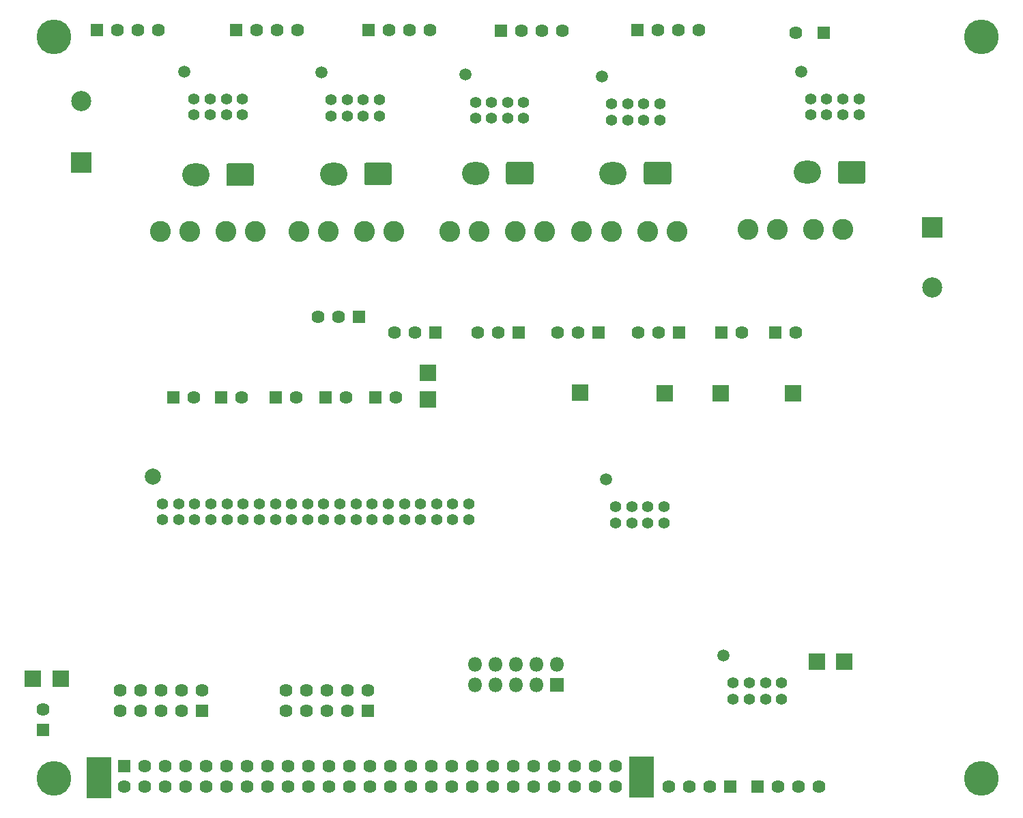
<source format=gbr>
%TF.GenerationSoftware,KiCad,Pcbnew,(5.1.6)-1*%
%TF.CreationDate,2021-03-29T16:14:19-07:00*%
%TF.ProjectId,expansion,65787061-6e73-4696-9f6e-2e6b69636164,1.03*%
%TF.SameCoordinates,Original*%
%TF.FileFunction,Soldermask,Top*%
%TF.FilePolarity,Negative*%
%FSLAX46Y46*%
G04 Gerber Fmt 4.6, Leading zero omitted, Abs format (unit mm)*
G04 Created by KiCad (PCBNEW (5.1.6)-1) date 2021-03-29 16:14:19*
%MOMM*%
%LPD*%
G01*
G04 APERTURE LIST*
%ADD10C,1.624000*%
%ADD11R,1.624000X1.624000*%
%ADD12C,2.500000*%
%ADD13R,2.500000X2.500000*%
%ADD14O,3.400000X2.800000*%
%ADD15C,4.301160*%
%ADD16O,1.800000X1.800000*%
%ADD17R,1.800000X1.800000*%
%ADD18R,2.100000X2.100000*%
%ADD19C,2.600000*%
%ADD20C,1.420800*%
%ADD21C,1.497000*%
%ADD22R,3.100000X5.100000*%
%ADD23C,2.005000*%
G04 APERTURE END LIST*
D10*
%TO.C,J9*%
X75090000Y-68389000D03*
X77630000Y-68389000D03*
D11*
X80170000Y-68389000D03*
%TD*%
D12*
%TO.C,J29*%
X36200000Y-39680000D03*
D13*
X36200000Y-47300000D03*
%TD*%
D10*
%TO.C,J1*%
X102484800Y-124655000D03*
X102484800Y-122115000D03*
X99944800Y-124655000D03*
X99944800Y-122115000D03*
X97404800Y-124655000D03*
X97404800Y-122115000D03*
X94864800Y-124655000D03*
X94864800Y-122115000D03*
X92324800Y-124655000D03*
X92324800Y-122115000D03*
X77084800Y-124655000D03*
X89784800Y-124655000D03*
X89784800Y-122115000D03*
X51684800Y-122115000D03*
X49144800Y-122115000D03*
X46604800Y-122115000D03*
X44064800Y-122115000D03*
X87244800Y-122115000D03*
X84704800Y-122115000D03*
X87244800Y-124655000D03*
X84704800Y-124655000D03*
X82164800Y-124655000D03*
X79624800Y-124655000D03*
X74544800Y-124655000D03*
X82164800Y-122115000D03*
X72004800Y-124655000D03*
X69464800Y-124655000D03*
X79624800Y-122115000D03*
X66924800Y-124655000D03*
X77084800Y-122115000D03*
X64384800Y-124655000D03*
X74544800Y-122115000D03*
X61844800Y-124655000D03*
X72004800Y-122115000D03*
X59304800Y-124655000D03*
X69464800Y-122115000D03*
X56764800Y-124655000D03*
X66924800Y-122115000D03*
X54224800Y-124655000D03*
X64384800Y-122115000D03*
X51684800Y-124655000D03*
X61844800Y-122115000D03*
X49144800Y-124655000D03*
X59304800Y-122115000D03*
X46604800Y-124655000D03*
X56764800Y-122115000D03*
X44064800Y-124655000D03*
X54224800Y-122115000D03*
X41524800Y-124655000D03*
D11*
X41524800Y-122115000D03*
%TD*%
D10*
%TO.C,J17*%
X124850000Y-31200000D03*
D11*
X128350000Y-31200000D03*
%TD*%
D14*
%TO.C,J31*%
X67500000Y-48700000D03*
G36*
G01*
X74440740Y-50100000D02*
X71559260Y-50100000D01*
G75*
G02*
X71300000Y-49840740I0J259260D01*
G01*
X71300000Y-47559260D01*
G75*
G02*
X71559260Y-47300000I259260J0D01*
G01*
X74440740Y-47300000D01*
G75*
G02*
X74700000Y-47559260I0J-259260D01*
G01*
X74700000Y-49840740D01*
G75*
G02*
X74440740Y-50100000I-259260J0D01*
G01*
G37*
%TD*%
D11*
%TO.C,J28*%
X31490000Y-117675000D03*
D10*
X31490000Y-115135000D03*
%TD*%
%TO.C,J27*%
X50195100Y-76453200D03*
D11*
X47655100Y-76453200D03*
%TD*%
%TO.C,J26*%
X53598700Y-76453200D03*
D10*
X56138700Y-76453200D03*
%TD*%
%TO.C,J25*%
X62907800Y-76377000D03*
D11*
X60367800Y-76377000D03*
%TD*%
D10*
%TO.C,J24*%
X118150000Y-68389000D03*
D11*
X115610000Y-68389000D03*
%TD*%
%TO.C,J23*%
X66540000Y-76415100D03*
D10*
X69080000Y-76415100D03*
%TD*%
D11*
%TO.C,J21*%
X122327560Y-68389000D03*
D10*
X124867560Y-68389000D03*
%TD*%
%TO.C,J20*%
X75252200Y-76415100D03*
D11*
X72712200Y-76415100D03*
%TD*%
D10*
%TO.C,J3*%
X112814060Y-30896060D03*
X110274060Y-30896060D03*
X107734060Y-30896060D03*
D11*
X105194060Y-30896060D03*
%TD*%
D15*
%TO.C,M7*%
X32853520Y-123694960D03*
%TD*%
%TO.C,M6*%
X147852020Y-31696160D03*
%TD*%
%TO.C,M5*%
X32853520Y-31696160D03*
%TD*%
%TO.C,M4*%
X147852020Y-123694960D03*
%TD*%
D16*
%TO.C,J15*%
X85060000Y-109525000D03*
X85060000Y-112065000D03*
X87600000Y-109525000D03*
X87600000Y-112065000D03*
X90140000Y-109525000D03*
X90140000Y-112065000D03*
X92680000Y-109525000D03*
X92680000Y-112065000D03*
X95220000Y-109525000D03*
D17*
X95220000Y-112065000D03*
%TD*%
D10*
%TO.C,J14*%
X127770000Y-124635000D03*
X125230000Y-124635000D03*
X122690000Y-124635000D03*
D11*
X120150000Y-124635000D03*
%TD*%
D10*
%TO.C,J18*%
X40996000Y-112728000D03*
X40996000Y-115268000D03*
X43536000Y-112728000D03*
X43536000Y-115268000D03*
X46076000Y-112728000D03*
X46076000Y-115268000D03*
X48616000Y-112728000D03*
X48616000Y-115268000D03*
X51156000Y-112728000D03*
D11*
X51156000Y-115268000D03*
%TD*%
D10*
%TO.C,J19*%
X61604600Y-112728000D03*
X61604600Y-115268000D03*
X64144600Y-112728000D03*
X64144600Y-115268000D03*
X66684600Y-112728000D03*
X66684600Y-115268000D03*
X69224600Y-112728000D03*
X69224600Y-115268000D03*
X71764600Y-112728000D03*
D11*
X71764600Y-115268000D03*
%TD*%
D10*
%TO.C,J12*%
X65620000Y-66389000D03*
X68160000Y-66389000D03*
D11*
X70700000Y-66389000D03*
%TD*%
%TO.C,J2*%
X110330000Y-68389000D03*
D10*
X107790000Y-68389000D03*
X105250000Y-68389000D03*
%TD*%
%TO.C,J4*%
X95340000Y-68389000D03*
X97880000Y-68389000D03*
D11*
X100420000Y-68389000D03*
%TD*%
%TO.C,J6*%
X90480000Y-68389000D03*
D10*
X87940000Y-68389000D03*
X85400000Y-68389000D03*
%TD*%
D11*
%TO.C,J5*%
X88311180Y-30906060D03*
D10*
X90851180Y-30906060D03*
X93391180Y-30906060D03*
X95931180Y-30906060D03*
%TD*%
%TO.C,J7*%
X79479420Y-30837800D03*
X76939420Y-30837800D03*
X74399420Y-30837800D03*
D11*
X71859420Y-30837800D03*
%TD*%
%TO.C,J8*%
X55434120Y-30896060D03*
D10*
X57974120Y-30896060D03*
X60514120Y-30896060D03*
X63054120Y-30896060D03*
%TD*%
%TO.C,J10*%
X45792280Y-30896060D03*
X43252280Y-30896060D03*
X40712280Y-30896060D03*
D11*
X38172280Y-30896060D03*
%TD*%
D10*
%TO.C,J22*%
X109070000Y-124645000D03*
X111610000Y-124645000D03*
X114150000Y-124645000D03*
D11*
X116690000Y-124645000D03*
%TD*%
%TO.C,J30*%
G36*
G01*
X57340740Y-50200000D02*
X54459260Y-50200000D01*
G75*
G02*
X54200000Y-49940740I0J259260D01*
G01*
X54200000Y-47659260D01*
G75*
G02*
X54459260Y-47400000I259260J0D01*
G01*
X57340740Y-47400000D01*
G75*
G02*
X57600000Y-47659260I0J-259260D01*
G01*
X57600000Y-49940740D01*
G75*
G02*
X57340740Y-50200000I-259260J0D01*
G01*
G37*
D14*
X50400000Y-48800000D03*
%TD*%
%TO.C,J32*%
X85100000Y-48600000D03*
G36*
G01*
X92040740Y-50000000D02*
X89159260Y-50000000D01*
G75*
G02*
X88900000Y-49740740I0J259260D01*
G01*
X88900000Y-47459260D01*
G75*
G02*
X89159260Y-47200000I259260J0D01*
G01*
X92040740Y-47200000D01*
G75*
G02*
X92300000Y-47459260I0J-259260D01*
G01*
X92300000Y-49740740D01*
G75*
G02*
X92040740Y-50000000I-259260J0D01*
G01*
G37*
%TD*%
%TO.C,J33*%
X102200000Y-48600000D03*
G36*
G01*
X109140740Y-50000000D02*
X106259260Y-50000000D01*
G75*
G02*
X106000000Y-49740740I0J259260D01*
G01*
X106000000Y-47459260D01*
G75*
G02*
X106259260Y-47200000I259260J0D01*
G01*
X109140740Y-47200000D01*
G75*
G02*
X109400000Y-47459260I0J-259260D01*
G01*
X109400000Y-49740740D01*
G75*
G02*
X109140740Y-50000000I-259260J0D01*
G01*
G37*
%TD*%
%TO.C,J34*%
X126300000Y-48500000D03*
G36*
G01*
X133240740Y-49900000D02*
X130359260Y-49900000D01*
G75*
G02*
X130100000Y-49640740I0J259260D01*
G01*
X130100000Y-47359260D01*
G75*
G02*
X130359260Y-47100000I259260J0D01*
G01*
X133240740Y-47100000D01*
G75*
G02*
X133500000Y-47359260I0J-259260D01*
G01*
X133500000Y-49640740D01*
G75*
G02*
X133240740Y-49900000I-259260J0D01*
G01*
G37*
%TD*%
D18*
%TO.C,TP1*%
X79200000Y-76700000D03*
%TD*%
%TO.C,TP2*%
X79200000Y-73400000D03*
%TD*%
%TO.C,TP3*%
X33700000Y-111300000D03*
%TD*%
%TO.C,TP4*%
X30200000Y-111300000D03*
%TD*%
%TO.C,TP5*%
X127500000Y-109200000D03*
%TD*%
%TO.C,TP6*%
X115500000Y-75900000D03*
%TD*%
%TO.C,TP7*%
X108600000Y-75900000D03*
%TD*%
%TO.C,TP8*%
X98100000Y-75800000D03*
%TD*%
%TO.C,TP9*%
X124500000Y-75900000D03*
%TD*%
%TO.C,TP10*%
X130900000Y-109200000D03*
%TD*%
D13*
%TO.C,C3*%
X141800000Y-55300000D03*
D12*
X141800000Y-62800000D03*
%TD*%
D19*
%TO.C,F2*%
X46005000Y-55800000D03*
X49665000Y-55800000D03*
X54135000Y-55800000D03*
X57795000Y-55800000D03*
%TD*%
%TO.C,F3*%
X74995000Y-55800000D03*
X71335000Y-55800000D03*
X66865000Y-55800000D03*
X63205000Y-55800000D03*
%TD*%
%TO.C,F4*%
X81905000Y-55800000D03*
X85565000Y-55800000D03*
X90035000Y-55800000D03*
X93695000Y-55800000D03*
%TD*%
%TO.C,F5*%
X110095000Y-55800000D03*
X106435000Y-55800000D03*
X101965000Y-55800000D03*
X98305000Y-55800000D03*
%TD*%
%TO.C,F6*%
X118940000Y-55600000D03*
X122600000Y-55600000D03*
X127070000Y-55600000D03*
X130730000Y-55600000D03*
%TD*%
D20*
%TO.C,J36*%
X132700000Y-39399999D03*
X132700000Y-41400001D03*
X130700001Y-39399999D03*
X130700001Y-41400001D03*
X128700000Y-39399999D03*
X128700000Y-41400001D03*
X126700002Y-39399999D03*
X126700002Y-41400001D03*
D21*
X125500002Y-36000001D03*
%TD*%
%TO.C,J37*%
X100800002Y-36600001D03*
D20*
X102000002Y-42000001D03*
X102000002Y-39999999D03*
X104000000Y-42000001D03*
X104000000Y-39999999D03*
X106000001Y-42000001D03*
X106000001Y-39999999D03*
X108000000Y-42000001D03*
X108000000Y-39999999D03*
%TD*%
D21*
%TO.C,J39*%
X49000002Y-36000001D03*
D20*
X50200002Y-41400001D03*
X50200002Y-39399999D03*
X52200000Y-41400001D03*
X52200000Y-39399999D03*
X54200001Y-41400001D03*
X54200001Y-39399999D03*
X56200000Y-41400001D03*
X56200000Y-39399999D03*
%TD*%
%TO.C,J40*%
X91100000Y-39799998D03*
X91100000Y-41800000D03*
X89100001Y-39799998D03*
X89100001Y-41800000D03*
X87100000Y-39799998D03*
X87100000Y-41800000D03*
X85100002Y-39799998D03*
X85100002Y-41800000D03*
D21*
X83900002Y-36400000D03*
%TD*%
D20*
%TO.C,J41*%
X73200000Y-39500000D03*
X73200000Y-41500002D03*
X71200001Y-39500000D03*
X71200001Y-41500002D03*
X69200000Y-39500000D03*
X69200000Y-41500002D03*
X67200002Y-39500000D03*
X67200002Y-41500002D03*
D21*
X66000002Y-36100002D03*
%TD*%
D22*
%TO.C,HS1*%
X38400000Y-123600000D03*
%TD*%
%TO.C,HS2*%
X105700000Y-123500000D03*
%TD*%
D20*
%TO.C,J16*%
X123100000Y-111799999D03*
X123100000Y-113800001D03*
X121100001Y-111799999D03*
X121100001Y-113800001D03*
X119100000Y-111799999D03*
X119100000Y-113800001D03*
X117100002Y-111799999D03*
X117100002Y-113800001D03*
D21*
X115900002Y-108400001D03*
%TD*%
D20*
%TO.C,J42*%
X84300001Y-89599998D03*
X84300001Y-91600000D03*
X82300000Y-89599998D03*
X82300000Y-91600000D03*
X80300002Y-89599998D03*
X80300002Y-91600000D03*
X78300000Y-89599998D03*
X78300000Y-91600000D03*
X76300002Y-89599998D03*
X76300002Y-91600000D03*
X74300001Y-89599998D03*
X74300001Y-91600000D03*
X72300000Y-89599998D03*
X72300000Y-91600000D03*
X70300001Y-89599998D03*
X70300001Y-91600000D03*
X68300000Y-89599998D03*
X68300000Y-91600000D03*
X66300002Y-89599998D03*
X66300002Y-91600000D03*
X64300001Y-89599998D03*
X64300001Y-91600000D03*
X62300002Y-89599998D03*
X62300002Y-91600000D03*
X60300001Y-89599998D03*
X60300001Y-91600000D03*
X58300000Y-89599998D03*
X58300000Y-91600000D03*
X56300001Y-89599998D03*
X56300001Y-91600000D03*
X54300000Y-89599998D03*
X54300000Y-91600000D03*
X52300002Y-89599998D03*
X52300002Y-91600000D03*
X50300001Y-89599998D03*
X50300001Y-91600000D03*
X48299999Y-89599998D03*
X48299999Y-91600000D03*
X46300001Y-89599998D03*
X46300001Y-91600000D03*
D23*
X45100001Y-86200000D03*
%TD*%
D20*
%TO.C,J43*%
X108500000Y-89999998D03*
X108500000Y-92000000D03*
X106500001Y-89999998D03*
X106500001Y-92000000D03*
X104500000Y-89999998D03*
X104500000Y-92000000D03*
X102500002Y-89999998D03*
X102500002Y-92000000D03*
D21*
X101300002Y-86600000D03*
%TD*%
M02*

</source>
